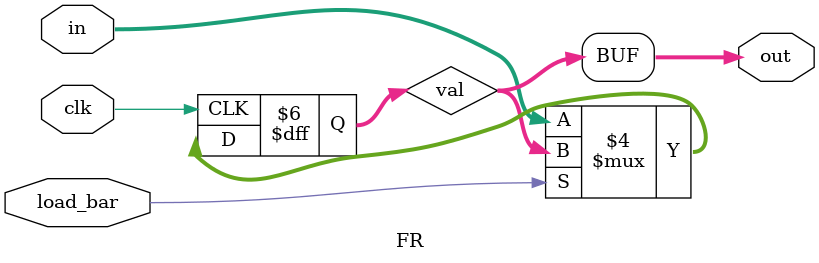
<source format=v>
/* Flags register

   Loads content if "load", on rising edge of clock
 */

module FR(clk, in, load_bar, out);
    input clk;
    input [2:0] in;
    input load_bar;
    output [2:0] out;

    reg [2:0] val = 0;

    assign out = val;

    always @ (posedge clk) begin
        if (!load_bar) val <= in;
    end
endmodule

</source>
